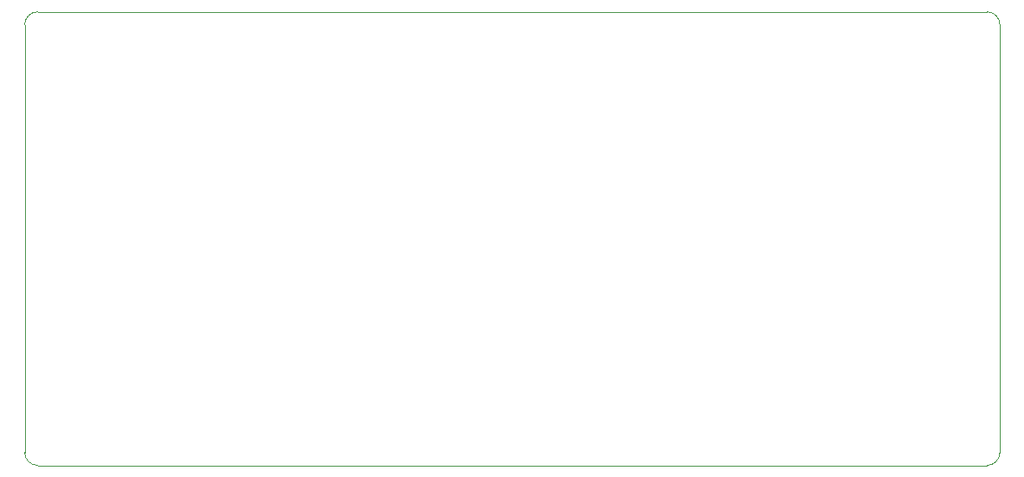
<source format=gko>
G04 #@! TF.GenerationSoftware,KiCad,Pcbnew,5.1.4-e60b266~84~ubuntu18.04.1*
G04 #@! TF.CreationDate,2019-10-21T00:40:35+01:00*
G04 #@! TF.ProjectId,euroslideymixer,6575726f-736c-4696-9465-796d69786572,rev?*
G04 #@! TF.SameCoordinates,Original*
G04 #@! TF.FileFunction,Profile,NP*
%FSLAX46Y46*%
G04 Gerber Fmt 4.6, Leading zero omitted, Abs format (unit mm)*
G04 Created by KiCad (PCBNEW 5.1.4-e60b266~84~ubuntu18.04.1) date 2019-10-21 00:40:35*
%MOMM*%
%LPD*%
G04 APERTURE LIST*
%ADD10C,0.050000*%
G04 APERTURE END LIST*
D10*
X196278600Y-125953600D02*
X196278600Y-84053600D01*
X195008600Y-82783600D02*
G75*
G02X196278600Y-84053600I0J-1270000D01*
G01*
X195008600Y-82783600D02*
X101993600Y-82783600D01*
X100723600Y-84053600D02*
G75*
G02X101993600Y-82783600I1270000J0D01*
G01*
X100723600Y-84053600D02*
X100723600Y-125953600D01*
X101993600Y-127223600D02*
G75*
G02X100723600Y-125953600I0J1270000D01*
G01*
X101993600Y-127223600D02*
X195008600Y-127223600D01*
X196278600Y-125953600D02*
G75*
G02X195008600Y-127223600I-1270000J0D01*
G01*
M02*

</source>
